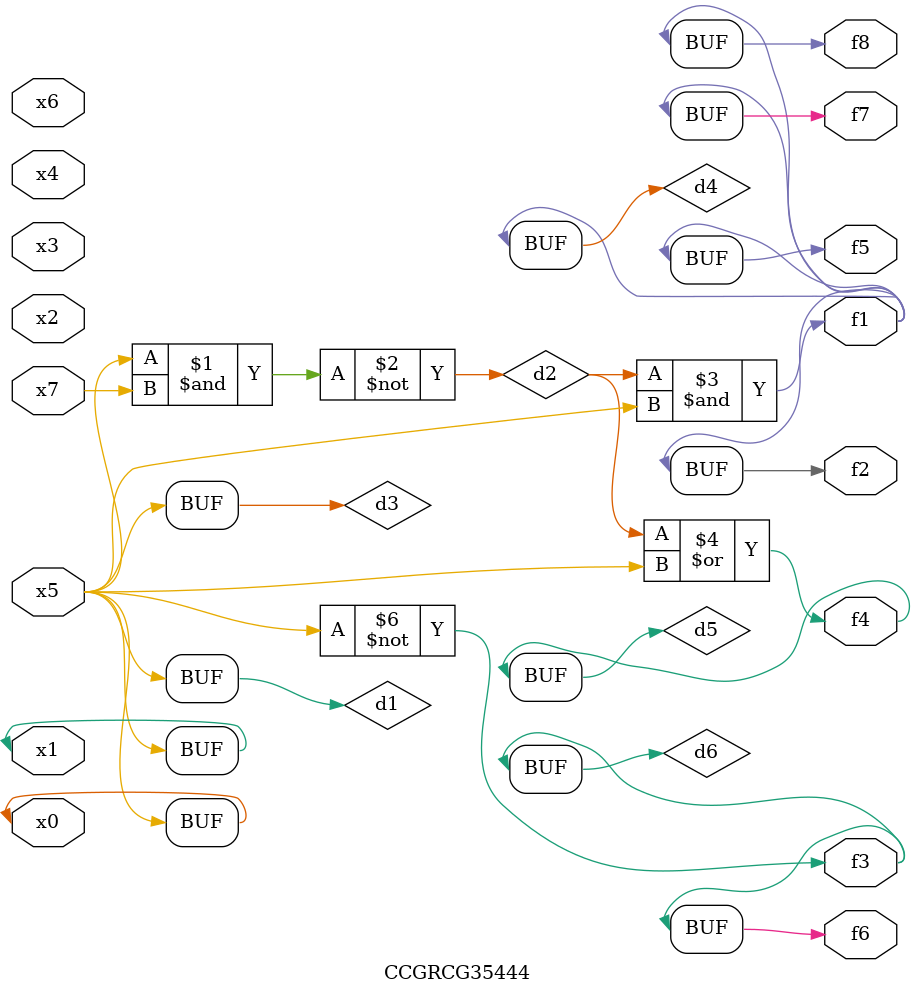
<source format=v>
module CCGRCG35444(
	input x0, x1, x2, x3, x4, x5, x6, x7,
	output f1, f2, f3, f4, f5, f6, f7, f8
);

	wire d1, d2, d3, d4, d5, d6;

	buf (d1, x0, x5);
	nand (d2, x5, x7);
	buf (d3, x0, x1);
	and (d4, d2, d3);
	or (d5, d2, d3);
	nor (d6, d1, d3);
	assign f1 = d4;
	assign f2 = d4;
	assign f3 = d6;
	assign f4 = d5;
	assign f5 = d4;
	assign f6 = d6;
	assign f7 = d4;
	assign f8 = d4;
endmodule

</source>
